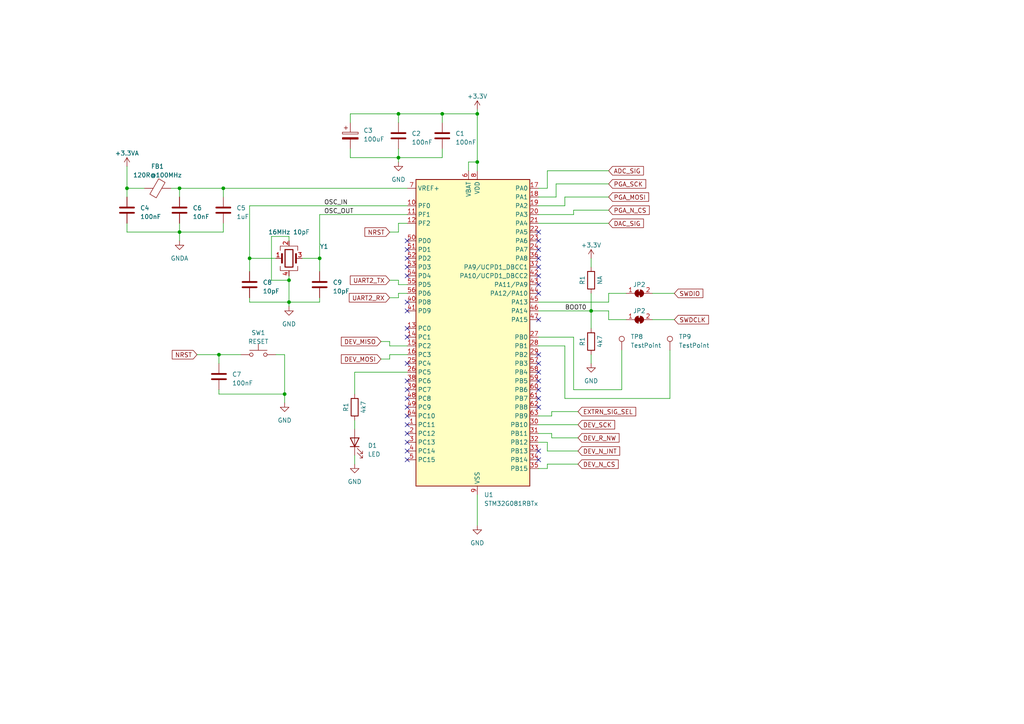
<source format=kicad_sch>
(kicad_sch (version 20230121) (generator eeschema)
  (paper "A4")
  (lib_symbols
    (symbol "Connector:TestPoint" (pin_numbers hide) (pin_names (offset 0.762) hide)
      (property "Reference" "TP" (at 0 6.858 0))
      (property "Value" "TestPoint" (at 0 5.08 0))
      (symbol "TestPoint_0_1"
        (circle (center 0 3.302) (radius 0.762))
      )
      (symbol "TestPoint_1_1"
        (pin passive line (at 0 0 90) (length 2.54) (name "1") (number "1"))
      )
    )
    (symbol "Device:C" (pin_numbers hide) (pin_names (offset 0.254))
      (property "Reference" "C" (at 0.635 2.54 0))
      (property "Value" "C" (at 0.635 -2.54 0))
      (symbol "C_0_1"
        (polyline (pts (xy -2.032 -0.762) (xy 2.032 -0.762)) (stroke (width 0.508)))
        (polyline (pts (xy -2.032 0.762) (xy 2.032 0.762)) (stroke (width 0.508)))
      )
      (symbol "C_1_1"
        (pin passive line (at 0 3.81 270) (length 2.794) (name "~") (number "1"))
        (pin passive line (at 0 -3.81 90) (length 2.794) (name "~") (number "2"))
      )
    )
    (symbol "Device:C_Polarized" (pin_numbers hide) (pin_names (offset 0.254))
      (property "Reference" "C" (at 0.635 2.54 0))
      (property "Value" "C_Polarized" (at 0.635 -2.54 0))
      (symbol "C_Polarized_0_1"
        (rectangle (start -2.286 0.508) (end 2.286 1.016))
        (polyline (pts (xy -1.778 2.286) (xy -0.762 2.286)))
        (polyline (pts (xy -1.27 2.794) (xy -1.27 1.778)))
        (rectangle (start 2.286 -0.508) (end -2.286 -1.016) (fill (type outline)))
      )
      (symbol "C_Polarized_1_1"
        (pin passive line (at 0 3.81 270) (length 2.794) (name "~") (number "1"))
        (pin passive line (at 0 -3.81 90) (length 2.794) (name "~") (number "2"))
      )
    )
    (symbol "Device:Crystal_GND24" (pin_names (offset 1.016) hide)
      (property "Reference" "Y" (at 3.175 5.08 0))
      (property "Value" "Crystal_GND24" (at 3.175 3.175 0))
      (symbol "Crystal_GND24_0_1"
        (rectangle (start -1.143 2.54) (end 1.143 -2.54) (stroke (width 0.3048)))
        (polyline (pts (xy -2.54 0) (xy -2.032 0)))
        (polyline (pts (xy -2.032 -1.27) (xy -2.032 1.27)) (stroke (width 0.508)))
        (polyline (pts (xy 0 -3.81) (xy 0 -3.556)))
        (polyline (pts (xy 0 3.556) (xy 0 3.81)))
        (polyline (pts (xy 2.032 -1.27) (xy 2.032 1.27)) (stroke (width 0.508)))
        (polyline (pts (xy 2.032 0) (xy 2.54 0)))
        (polyline (pts (xy -2.54 -2.286) (xy -2.54 -3.556) (xy 2.54 -3.556) (xy 2.54 -2.286)))
        (polyline (pts (xy -2.54 2.286) (xy -2.54 3.556) (xy 2.54 3.556) (xy 2.54 2.286)))
      )
      (symbol "Crystal_GND24_1_1"
        (pin passive line (at -3.81 0 0) (length 1.27) (name "1") (number "1"))
        (pin passive line (at 0 5.08 270) (length 1.27) (name "2") (number "2"))
        (pin passive line (at 3.81 0 180) (length 1.27) (name "3") (number "3"))
        (pin passive line (at 0 -5.08 90) (length 1.27) (name "4") (number "4"))
      )
    )
    (symbol "Device:FerriteBead" (pin_numbers hide) (pin_names (offset 0))
      (property "Reference" "FB" (at -3.81 0.635 90))
      (property "Value" "FerriteBead" (at 3.81 0 90))
      (symbol "FerriteBead_0_1"
        (polyline (pts (xy 0 -1.27) (xy 0 -1.2192)))
        (polyline (pts (xy 0 1.27) (xy 0 1.2954)))
        (polyline (pts (xy -2.7686 0.4064) (xy -1.7018 2.2606) (xy 2.7686 -0.3048) (xy 1.6764 -2.159) (xy -2.7686 0.4064)))
      )
      (symbol "FerriteBead_1_1"
        (pin passive line (at 0 3.81 270) (length 2.54) (name "~") (number "1"))
        (pin passive line (at 0 -3.81 90) (length 2.54) (name "~") (number "2"))
      )
    )
    (symbol "Device:LED" (pin_numbers hide) (pin_names (offset 1.016) hide)
      (property "Reference" "D" (at 0 2.54 0))
      (property "Value" "LED" (at 0 -2.54 0))
      (symbol "LED_0_1"
        (polyline (pts (xy -1.27 -1.27) (xy -1.27 1.27)) (stroke (width 0.254)))
        (polyline (pts (xy -1.27 0) (xy 1.27 0)))
        (polyline (pts (xy 1.27 -1.27) (xy 1.27 1.27) (xy -1.27 0) (xy 1.27 -1.27)) (stroke (width 0.254)))
        (polyline (pts (xy -3.048 -0.762) (xy -4.572 -2.286) (xy -3.81 -2.286) (xy -4.572 -2.286) (xy -4.572 -1.524)))
        (polyline (pts (xy -1.778 -0.762) (xy -3.302 -2.286) (xy -2.54 -2.286) (xy -3.302 -2.286) (xy -3.302 -1.524)))
      )
      (symbol "LED_1_1"
        (pin passive line (at -3.81 0 0) (length 2.54) (name "K") (number "1"))
        (pin passive line (at 3.81 0 180) (length 2.54) (name "A") (number "2"))
      )
    )
    (symbol "Device:R" (pin_numbers hide) (pin_names (offset 0))
      (property "Reference" "R" (at 2.032 0 90))
      (property "Value" "R" (at 0 0 90))
      (symbol "R_0_1"
        (rectangle (start -1.016 -2.54) (end 1.016 2.54) (stroke (width 0.254)))
      )
      (symbol "R_1_1"
        (pin passive line (at 0 3.81 270) (length 1.27) (name "~") (number "1"))
        (pin passive line (at 0 -3.81 90) (length 1.27) (name "~") (number "2"))
      )
    )
    (symbol "Jumper:SolderJumper_2_Bridged" (pin_names (offset 0) hide)
      (property "Reference" "JP" (at 0 2.032 0))
      (property "Value" "SolderJumper_2_Bridged" (at 0 -2.54 0))
      (symbol "SolderJumper_2_Bridged_0_1"
        (rectangle (start -0.508 0.508) (end 0.508 -0.508) (fill (type outline)))
        (arc (start -0.254 1.016) (mid -1.2656 0) (end -0.254 -1.016))
        (arc (start -0.254 1.016) (mid -1.2656 0) (end -0.254 -1.016) (fill (type outline)))
        (polyline (pts (xy -0.254 1.016) (xy -0.254 -1.016)))
        (polyline (pts (xy 0.254 1.016) (xy 0.254 -1.016)))
        (arc (start 0.254 -1.016) (mid 1.2656 0) (end 0.254 1.016))
        (arc (start 0.254 -1.016) (mid 1.2656 0) (end 0.254 1.016) (fill (type outline)))
      )
      (symbol "SolderJumper_2_Bridged_1_1"
        (pin passive line (at -3.81 0 0) (length 2.54) (name "A") (number "1"))
        (pin passive line (at 3.81 0 180) (length 2.54) (name "B") (number "2"))
      )
    )
    (symbol "MCU_ST_STM32G0:STM32G081RBTx"
      (property "Reference" "U" (at -15.24 46.99 0))
      (property "Value" "STM32G081RBTx" (at 5.08 46.99 0))
      (symbol "STM32G081RBTx_0_1"
        (rectangle (start -15.24 -43.18) (end 17.78 45.72) (stroke (width 0.254)) (fill (type background)))
      )
      (symbol "STM32G081RBTx_1_1"
        (pin bidirectional line (at -17.78 -25.4 0) (length 2.54) (name "PC11") (number "1"))
        (pin bidirectional line (at -17.78 38.1 0) (length 2.54) (name "PF0") (number "10"))
        (pin bidirectional line (at -17.78 35.56 0) (length 2.54) (name "PF1") (number "11"))
        (pin bidirectional line (at -17.78 33.02 0) (length 2.54) (name "PF2") (number "12"))
        (pin bidirectional line (at -17.78 2.54 0) (length 2.54) (name "PC0") (number "13"))
        (pin bidirectional line (at -17.78 0 0) (length 2.54) (name "PC1") (number "14"))
        (pin bidirectional line (at -17.78 -2.54 0) (length 2.54) (name "PC2") (number "15"))
        (pin bidirectional line (at -17.78 -5.08 0) (length 2.54) (name "PC3") (number "16"))
        (pin bidirectional line (at 20.32 43.18 180) (length 2.54) (name "PA0") (number "17"))
        (pin bidirectional line (at 20.32 40.64 180) (length 2.54) (name "PA1") (number "18"))
        (pin bidirectional line (at 20.32 38.1 180) (length 2.54) (name "PA2") (number "19"))
        (pin bidirectional line (at -17.78 -27.94 0) (length 2.54) (name "PC12") (number "2"))
        (pin bidirectional line (at 20.32 35.56 180) (length 2.54) (name "PA3") (number "20"))
        (pin bidirectional line (at 20.32 33.02 180) (length 2.54) (name "PA4") (number "21"))
        (pin bidirectional line (at 20.32 30.48 180) (length 2.54) (name "PA5") (number "22"))
        (pin bidirectional line (at 20.32 27.94 180) (length 2.54) (name "PA6") (number "23"))
        (pin bidirectional line (at 20.32 25.4 180) (length 2.54) (name "PA7") (number "24"))
        (pin bidirectional line (at -17.78 -7.62 0) (length 2.54) (name "PC4") (number "25"))
        (pin bidirectional line (at -17.78 -10.16 0) (length 2.54) (name "PC5") (number "26"))
        (pin bidirectional line (at 20.32 0 180) (length 2.54) (name "PB0") (number "27"))
        (pin bidirectional line (at 20.32 -2.54 180) (length 2.54) (name "PB1") (number "28"))
        (pin bidirectional line (at 20.32 -5.08 180) (length 2.54) (name "PB2") (number "29"))
        (pin bidirectional line (at -17.78 -30.48 0) (length 2.54) (name "PC13") (number "3"))
        (pin bidirectional line (at 20.32 -25.4 180) (length 2.54) (name "PB10") (number "30"))
        (pin bidirectional line (at 20.32 -27.94 180) (length 2.54) (name "PB11") (number "31"))
        (pin bidirectional line (at 20.32 -30.48 180) (length 2.54) (name "PB12") (number "32"))
        (pin bidirectional line (at 20.32 -33.02 180) (length 2.54) (name "PB13") (number "33"))
        (pin bidirectional line (at 20.32 -35.56 180) (length 2.54) (name "PB14") (number "34"))
        (pin bidirectional line (at 20.32 -38.1 180) (length 2.54) (name "PB15") (number "35"))
        (pin bidirectional line (at 20.32 22.86 180) (length 2.54) (name "PA8") (number "36"))
        (pin bidirectional line (at 20.32 20.32 180) (length 2.54) (name "PA9/UCPD1_DBCC1") (number "37"))
        (pin bidirectional line (at -17.78 -12.7 0) (length 2.54) (name "PC6") (number "38"))
        (pin bidirectional line (at -17.78 -15.24 0) (length 2.54) (name "PC7") (number "39"))
        (pin bidirectional line (at -17.78 -33.02 0) (length 2.54) (name "PC14") (number "4"))
        (pin bidirectional line (at -17.78 10.16 0) (length 2.54) (name "PD8") (number "40"))
        (pin bidirectional line (at -17.78 7.62 0) (length 2.54) (name "PD9") (number "41"))
        (pin bidirectional line (at 20.32 17.78 180) (length 2.54) (name "PA10/UCPD1_DBCC2") (number "42"))
        (pin bidirectional line (at 20.32 15.24 180) (length 2.54) (name "PA11/PA9") (number "43"))
        (pin bidirectional line (at 20.32 12.7 180) (length 2.54) (name "PA12/PA10") (number "44"))
        (pin bidirectional line (at 20.32 10.16 180) (length 2.54) (name "PA13") (number "45"))
        (pin bidirectional line (at 20.32 7.62 180) (length 2.54) (name "PA14") (number "46"))
        (pin bidirectional line (at 20.32 5.08 180) (length 2.54) (name "PA15") (number "47"))
        (pin bidirectional line (at -17.78 -17.78 0) (length 2.54) (name "PC8") (number "48"))
        (pin bidirectional line (at -17.78 -20.32 0) (length 2.54) (name "PC9") (number "49"))
        (pin bidirectional line (at -17.78 -35.56 0) (length 2.54) (name "PC15") (number "5"))
        (pin bidirectional line (at -17.78 27.94 0) (length 2.54) (name "PD0") (number "50"))
        (pin bidirectional line (at -17.78 25.4 0) (length 2.54) (name "PD1") (number "51"))
        (pin bidirectional line (at -17.78 22.86 0) (length 2.54) (name "PD2") (number "52"))
        (pin bidirectional line (at -17.78 20.32 0) (length 2.54) (name "PD3") (number "53"))
        (pin bidirectional line (at -17.78 17.78 0) (length 2.54) (name "PD4") (number "54"))
        (pin bidirectional line (at -17.78 15.24 0) (length 2.54) (name "PD5") (number "55"))
        (pin bidirectional line (at -17.78 12.7 0) (length 2.54) (name "PD6") (number "56"))
        (pin bidirectional line (at 20.32 -7.62 180) (length 2.54) (name "PB3") (number "57"))
        (pin bidirectional line (at 20.32 -10.16 180) (length 2.54) (name "PB4") (number "58"))
        (pin bidirectional line (at 20.32 -12.7 180) (length 2.54) (name "PB5") (number "59"))
        (pin power_in line (at 0 48.26 270) (length 2.54) (name "VBAT") (number "6"))
        (pin bidirectional line (at 20.32 -15.24 180) (length 2.54) (name "PB6") (number "60"))
        (pin bidirectional line (at 20.32 -17.78 180) (length 2.54) (name "PB7") (number "61"))
        (pin bidirectional line (at 20.32 -20.32 180) (length 2.54) (name "PB8") (number "62"))
        (pin bidirectional line (at 20.32 -22.86 180) (length 2.54) (name "PB9") (number "63"))
        (pin bidirectional line (at -17.78 -22.86 0) (length 2.54) (name "PC10") (number "64"))
        (pin input line (at -17.78 43.18 0) (length 2.54) (name "VREF+") (number "7"))
        (pin power_in line (at 2.54 48.26 270) (length 2.54) (name "VDD") (number "8"))
        (pin power_in line (at 2.54 -45.72 90) (length 2.54) (name "VSS") (number "9"))
      )
    )
    (symbol "Switch:SW_Push" (pin_numbers hide) (pin_names (offset 1.016) hide)
      (property "Reference" "SW" (at 1.27 2.54 0))
      (property "Value" "SW_Push" (at 0 -1.524 0))
      (symbol "SW_Push_0_1"
        (circle (center -2.032 0) (radius 0.508))
        (polyline (pts (xy 0 1.27) (xy 0 3.048)))
        (polyline (pts (xy 2.54 1.27) (xy -2.54 1.27)))
        (circle (center 2.032 0) (radius 0.508))
        (pin passive line (at -5.08 0 0) (length 2.54) (name "1") (number "1"))
        (pin passive line (at 5.08 0 180) (length 2.54) (name "2") (number "2"))
      )
    )
    (symbol "power:+3.3V" (power) (pin_names (offset 0))
      (property "Value" "+3.3V" (at 0 3.556 0))
      (symbol "+3.3V_0_1"
        (polyline (pts (xy -0.762 1.27) (xy 0 2.54)))
        (polyline (pts (xy 0 0) (xy 0 2.54)))
        (polyline (pts (xy 0 2.54) (xy 0.762 1.27)))
      )
      (symbol "+3.3V_1_1"
        (pin power_in line (at 0 0 90) (length 0) hide (name "+3.3V") (number "1"))
      )
    )
    (symbol "power:+3.3VA" (power) (pin_names (offset 0))
      (property "Value" "+3.3VA" (at 0 3.556 0))
      (symbol "+3.3VA_0_1"
        (polyline (pts (xy -0.762 1.27) (xy 0 2.54)))
        (polyline (pts (xy 0 0) (xy 0 2.54)))
        (polyline (pts (xy 0 2.54) (xy 0.762 1.27)))
      )
      (symbol "+3.3VA_1_1"
        (pin power_in line (at 0 0 90) (length 0) hide (name "+3.3VA") (number "1"))
      )
    )
    (symbol "power:GND" (power) (pin_names (offset 0))
      (property "Value" "GND" (at 0 -3.81 0))
      (symbol "GND_0_1"
        (polyline (pts (xy 0 0) (xy 0 -1.27) (xy 1.27 -1.27) (xy 0 -2.54) (xy -1.27 -1.27) (xy 0 -1.27)))
      )
      (symbol "GND_1_1"
        (pin power_in line (at 0 0 270) (length 0) hide (name "GND") (number "1"))
      )
    )
    (symbol "power:GNDA" (power) (pin_names (offset 0))
      (property "Value" "GNDA" (at 0 -3.81 0))
      (symbol "GNDA_0_1"
        (polyline (pts (xy 0 0) (xy 0 -1.27) (xy 1.27 -1.27) (xy 0 -2.54) (xy -1.27 -1.27) (xy 0 -1.27)))
      )
      (symbol "GNDA_1_1"
        (pin power_in line (at 0 0 270) (length 0) hide (name "GNDA") (number "1"))
      )
    )
  )
  (junction (at 115.57 33.02))
  (junction (at 63.5 102.87))
  (junction (at 72.39 74.93))
  (junction (at 83.82 81.28))
  (junction (at 82.55 114.3))
  (junction (at 171.45 90.17))
  (junction (at 36.83 54.61))
  (junction (at 52.07 54.61))
  (junction (at 115.57 45.72))
  (junction (at 83.82 87.63))
  (junction (at 52.07 67.31))
  (junction (at 138.43 46.99))
  (junction (at 64.77 54.61))
  (junction (at 138.43 33.02))
  (junction (at 92.71 74.93))
  (junction (at 128.27 33.02))
  (no_connect (at 156.21 107.95))
  (no_connect (at 118.11 115.57))
  (no_connect (at 118.11 113.03))
  (no_connect (at 156.21 67.31))
  (no_connect (at 156.21 105.41))
  (no_connect (at 156.21 92.71))
  (no_connect (at 118.11 80.01))
  (no_connect (at 156.21 130.81))
  (no_connect (at 118.11 74.93))
  (no_connect (at 156.21 69.85))
  (no_connect (at 156.21 118.11))
  (no_connect (at 118.11 90.17))
  (no_connect (at 118.11 87.63))
  (no_connect (at 156.21 80.01))
  (no_connect (at 156.21 102.87))
  (no_connect (at 118.11 69.85))
  (no_connect (at 118.11 128.27))
  (no_connect (at 156.21 77.47))
  (no_connect (at 118.11 105.41))
  (no_connect (at 118.11 123.19))
  (no_connect (at 156.21 72.39))
  (no_connect (at 156.21 113.03))
  (no_connect (at 156.21 74.93))
  (no_connect (at 156.21 115.57))
  (no_connect (at 118.11 95.25))
  (no_connect (at 118.11 77.47))
  (no_connect (at 156.21 133.35))
  (no_connect (at 156.21 110.49))
  (no_connect (at 118.11 125.73))
  (no_connect (at 118.11 118.11))
  (no_connect (at 118.11 110.49))
  (no_connect (at 118.11 130.81))
  (no_connect (at 156.21 85.09))
  (no_connect (at 118.11 120.65))
  (no_connect (at 118.11 72.39))
  (no_connect (at 118.11 133.35))
  (no_connect (at 156.21 82.55))
  (no_connect (at 118.11 97.79))
  (wire (pts (xy 113.03 67.31) (xy 115.57 67.31)))
  (wire (pts (xy 128.27 45.72) (xy 115.57 45.72)))
  (wire (pts (xy 92.71 62.23) (xy 118.11 62.23)))
  (wire (pts (xy 92.71 74.93) (xy 92.71 62.23)))
  (wire (pts (xy 72.39 74.93) (xy 80.01 74.93)))
  (wire (pts (xy 83.82 68.58) (xy 78.74 68.58)))
  (wire (pts (xy 115.57 67.31) (xy 115.57 64.77)))
  (wire (pts (xy 92.71 86.36) (xy 92.71 87.63)))
  (wire (pts (xy 113.03 100.33) (xy 118.11 100.33)))
  (wire (pts (xy 52.07 54.61) (xy 52.07 57.15)))
  (wire (pts (xy 115.57 43.18) (xy 115.57 45.72)))
  (wire (pts (xy 176.53 92.71) (xy 181.61 92.71)))
  (wire (pts (xy 83.82 68.58) (xy 83.82 69.85)))
  (wire (pts (xy 101.6 33.02) (xy 115.57 33.02)))
  (wire (pts (xy 82.55 114.3) (xy 82.55 116.84)))
  (wire (pts (xy 102.87 107.95) (xy 102.87 114.3)))
  (wire (pts (xy 63.5 114.3) (xy 82.55 114.3)))
  (wire (pts (xy 161.29 53.34) (xy 176.53 53.34)))
  (wire (pts (xy 78.74 68.58) (xy 78.74 81.28)))
  (wire (pts (xy 166.37 113.03) (xy 180.34 113.03)))
  (wire (pts (xy 87.63 74.93) (xy 92.71 74.93)))
  (wire (pts (xy 118.11 102.87) (xy 113.03 102.87)))
  (wire (pts (xy 115.57 86.36) (xy 113.03 86.36)))
  (wire (pts (xy 166.37 60.96) (xy 166.37 62.23)))
  (wire (pts (xy 171.45 74.93) (xy 171.45 77.47)))
  (wire (pts (xy 158.75 134.62) (xy 158.75 135.89)))
  (wire (pts (xy 36.83 64.77) (xy 36.83 67.31)))
  (wire (pts (xy 156.21 100.33) (xy 163.83 100.33)))
  (wire (pts (xy 115.57 45.72) (xy 115.57 46.99)))
  (wire (pts (xy 110.49 99.06) (xy 113.03 99.06)))
  (wire (pts (xy 156.21 64.77) (xy 176.53 64.77)))
  (wire (pts (xy 171.45 90.17) (xy 176.53 90.17)))
  (wire (pts (xy 83.82 87.63) (xy 92.71 87.63)))
  (wire (pts (xy 163.83 100.33) (xy 163.83 115.57)))
  (wire (pts (xy 36.83 67.31) (xy 52.07 67.31)))
  (wire (pts (xy 57.15 102.87) (xy 63.5 102.87)))
  (wire (pts (xy 176.53 60.96) (xy 166.37 60.96)))
  (wire (pts (xy 189.23 85.09) (xy 195.58 85.09)))
  (wire (pts (xy 156.21 125.73) (xy 160.02 125.73)))
  (wire (pts (xy 176.53 90.17) (xy 176.53 92.71)))
  (wire (pts (xy 52.07 64.77) (xy 52.07 67.31)))
  (wire (pts (xy 166.37 97.79) (xy 166.37 113.03)))
  (wire (pts (xy 189.23 92.71) (xy 195.58 92.71)))
  (wire (pts (xy 83.82 80.01) (xy 83.82 81.28)))
  (wire (pts (xy 156.21 120.65) (xy 160.02 120.65)))
  (wire (pts (xy 128.27 33.02) (xy 138.43 33.02)))
  (wire (pts (xy 52.07 67.31) (xy 52.07 69.85)))
  (wire (pts (xy 115.57 82.55) (xy 118.11 82.55)))
  (wire (pts (xy 83.82 87.63) (xy 83.82 88.9)))
  (wire (pts (xy 101.6 45.72) (xy 101.6 43.18)))
  (wire (pts (xy 156.21 57.15) (xy 161.29 57.15)))
  (wire (pts (xy 167.64 134.62) (xy 158.75 134.62)))
  (wire (pts (xy 36.83 48.26) (xy 36.83 54.61)))
  (wire (pts (xy 171.45 85.09) (xy 171.45 90.17)))
  (wire (pts (xy 156.21 97.79) (xy 166.37 97.79)))
  (wire (pts (xy 82.55 102.87) (xy 82.55 114.3)))
  (wire (pts (xy 113.03 102.87) (xy 113.03 104.14)))
  (wire (pts (xy 115.57 45.72) (xy 101.6 45.72)))
  (wire (pts (xy 83.82 81.28) (xy 83.82 87.63)))
  (wire (pts (xy 115.57 33.02) (xy 128.27 33.02)))
  (wire (pts (xy 72.39 74.93) (xy 72.39 78.74)))
  (wire (pts (xy 36.83 54.61) (xy 36.83 57.15)))
  (wire (pts (xy 118.11 107.95) (xy 102.87 107.95)))
  (wire (pts (xy 156.21 90.17) (xy 171.45 90.17)))
  (wire (pts (xy 160.02 119.38) (xy 160.02 120.65)))
  (wire (pts (xy 163.83 57.15) (xy 176.53 57.15)))
  (wire (pts (xy 118.11 85.09) (xy 115.57 85.09)))
  (wire (pts (xy 194.31 115.57) (xy 194.31 101.6)))
  (wire (pts (xy 64.77 54.61) (xy 52.07 54.61)))
  (wire (pts (xy 63.5 102.87) (xy 63.5 105.41)))
  (wire (pts (xy 156.21 59.69) (xy 163.83 59.69)))
  (wire (pts (xy 161.29 57.15) (xy 161.29 53.34)))
  (wire (pts (xy 102.87 132.08) (xy 102.87 134.62)))
  (wire (pts (xy 101.6 35.56) (xy 101.6 33.02)))
  (wire (pts (xy 158.75 54.61) (xy 156.21 54.61)))
  (wire (pts (xy 171.45 90.17) (xy 171.45 95.25)))
  (wire (pts (xy 163.83 115.57) (xy 194.31 115.57)))
  (wire (pts (xy 158.75 49.53) (xy 158.75 54.61)))
  (wire (pts (xy 166.37 62.23) (xy 156.21 62.23)))
  (wire (pts (xy 138.43 46.99) (xy 138.43 49.53)))
  (wire (pts (xy 135.89 49.53) (xy 135.89 46.99)))
  (wire (pts (xy 176.53 87.63) (xy 176.53 85.09)))
  (wire (pts (xy 118.11 54.61) (xy 64.77 54.61)))
  (wire (pts (xy 160.02 125.73) (xy 160.02 127)))
  (wire (pts (xy 64.77 54.61) (xy 64.77 57.15)))
  (wire (pts (xy 156.21 135.89) (xy 158.75 135.89)))
  (wire (pts (xy 64.77 64.77) (xy 64.77 67.31)))
  (wire (pts (xy 158.75 128.27) (xy 158.75 130.81)))
  (wire (pts (xy 102.87 121.92) (xy 102.87 124.46)))
  (wire (pts (xy 135.89 46.99) (xy 138.43 46.99)))
  (wire (pts (xy 176.53 85.09) (xy 181.61 85.09)))
  (wire (pts (xy 138.43 143.51) (xy 138.43 152.4)))
  (wire (pts (xy 180.34 113.03) (xy 180.34 101.6)))
  (wire (pts (xy 160.02 127) (xy 167.64 127)))
  (wire (pts (xy 72.39 87.63) (xy 83.82 87.63)))
  (wire (pts (xy 138.43 33.02) (xy 138.43 46.99)))
  (wire (pts (xy 63.5 102.87) (xy 69.85 102.87)))
  (wire (pts (xy 163.83 59.69) (xy 163.83 57.15)))
  (wire (pts (xy 113.03 81.28) (xy 115.57 81.28)))
  (wire (pts (xy 115.57 64.77) (xy 118.11 64.77)))
  (wire (pts (xy 115.57 33.02) (xy 115.57 35.56)))
  (wire (pts (xy 128.27 33.02) (xy 128.27 35.56)))
  (wire (pts (xy 156.21 123.19) (xy 167.64 123.19)))
  (wire (pts (xy 167.64 119.38) (xy 160.02 119.38)))
  (wire (pts (xy 52.07 67.31) (xy 64.77 67.31)))
  (wire (pts (xy 80.01 102.87) (xy 82.55 102.87)))
  (wire (pts (xy 113.03 99.06) (xy 113.03 100.33)))
  (wire (pts (xy 49.53 54.61) (xy 52.07 54.61)))
  (wire (pts (xy 72.39 86.36) (xy 72.39 87.63)))
  (wire (pts (xy 171.45 102.87) (xy 171.45 105.41)))
  (wire (pts (xy 156.21 128.27) (xy 158.75 128.27)))
  (wire (pts (xy 156.21 87.63) (xy 176.53 87.63)))
  (wire (pts (xy 115.57 81.28) (xy 115.57 82.55)))
  (wire (pts (xy 78.74 81.28) (xy 83.82 81.28)))
  (wire (pts (xy 115.57 85.09) (xy 115.57 86.36)))
  (wire (pts (xy 158.75 49.53) (xy 176.53 49.53)))
  (wire (pts (xy 158.75 130.81) (xy 167.64 130.81)))
  (wire (pts (xy 110.49 104.14) (xy 113.03 104.14)))
  (wire (pts (xy 63.5 113.03) (xy 63.5 114.3)))
  (wire (pts (xy 92.71 74.93) (xy 92.71 78.74)))
  (wire (pts (xy 128.27 43.18) (xy 128.27 45.72)))
  (wire (pts (xy 72.39 59.69) (xy 72.39 74.93)))
  (wire (pts (xy 138.43 31.75) (xy 138.43 33.02)))
  (wire (pts (xy 118.11 59.69) (xy 72.39 59.69)))
  (wire (pts (xy 36.83 54.61) (xy 41.91 54.61)))
  (label "OSC_IN" (at 93.98 59.69 0))
  (label "OSC_OUT" (at 93.98 62.23 0))
  (label "BOOT0" (at 163.83 90.17 0))
  (global_label "DEV_MISO" (shape input) (at 110.49 99.06 180) (property "Intersheetrefs" "${INTERSHEET_REFS}" (effects hide)))
  (global_label "DEV_R_NW" (shape input) (at 167.64 127 0) (property "Intersheetrefs" "${INTERSHEET_REFS}" (effects hide)))
  (global_label "PGA_N_CS" (shape input) (at 176.53 60.96 0) (property "Intersheetrefs" "${INTERSHEET_REFS}" (effects hide)))
  (global_label "DEV_N_INT" (shape input) (at 167.64 130.81 0) (property "Intersheetrefs" "${INTERSHEET_REFS}" (effects hide)))
  (global_label "NRST" (shape input) (at 113.03 67.31 180) (property "Intersheetrefs" "${INTERSHEET_REFS}" (effects hide)))
  (global_label "SWDIO" (shape input) (at 195.58 85.09 0) (property "Intersheetrefs" "${INTERSHEET_REFS}" (effects hide)))
  (global_label "UART2_RX" (shape input) (at 113.03 86.36 180) (property "Intersheetrefs" "${INTERSHEET_REFS}" (effects hide)))
  (global_label "PGA_MOSI" (shape input) (at 176.53 57.15 0) (property "Intersheetrefs" "${INTERSHEET_REFS}" (effects hide)))
  (global_label "ADC_SIG" (shape input) (at 176.53 49.53 0) (property "Intersheetrefs" "${INTERSHEET_REFS}" (effects hide)))
  (global_label "DAC_SIG" (shape input) (at 176.53 64.77 0) (property "Intersheetrefs" "${INTERSHEET_REFS}" (effects hide)))
  (global_label "DEV_SCK" (shape input) (at 167.64 123.19 0) (property "Intersheetrefs" "${INTERSHEET_REFS}" (effects hide)))
  (global_label "UART2_TX" (shape input) (at 113.03 81.28 180) (property "Intersheetrefs" "${INTERSHEET_REFS}" (effects hide)))
  (global_label "NRST" (shape input) (at 57.15 102.87 180) (property "Intersheetrefs" "${INTERSHEET_REFS}" (effects hide)))
  (global_label "EXTRN_SIG_SEL" (shape input) (at 167.64 119.38 0) (property "Intersheetrefs" "${INTERSHEET_REFS}" (effects hide)))
  (global_label "SWDCLK" (shape input) (at 195.58 92.71 0) (property "Intersheetrefs" "${INTERSHEET_REFS}" (effects hide)))
  (global_label "DEV_N_CS" (shape input) (at 167.64 134.62 0) (property "Intersheetrefs" "${INTERSHEET_REFS}" (effects hide)))
  (global_label "DEV_MOSI" (shape input) (at 110.49 104.14 180) (property "Intersheetrefs" "${INTERSHEET_REFS}" (effects hide)))
  (global_label "PGA_SCK" (shape input) (at 176.53 53.34 0) (property "Intersheetrefs" "${INTERSHEET_REFS}" (effects hide)))
  (symbol (lib_id "power:GND") (at 115.57 46.99 0) (unit 1)
    (property "Reference" "#PWR03" (effects hide))
    (property "Value" "GND" (at 115.57 52.07 0))
    (instances (project "fft_slice" (path "" (reference "#PWR03") (unit 1)) (path "" (reference "#PWR010") (unit 1))))
  )
  (symbol (lib_id "power:GND") (at 82.55 116.84 0) (unit 1)
    (property "Reference" "#PWR011" (effects hide))
    (property "Value" "GND" (at 82.55 121.92 0))
    (instances (project "fft_slice" (path "" (reference "#PWR011") (unit 1)) (path "" (reference "#PWR033") (unit 1))))
  )
  (symbol (lib_id "Device:C") (at 92.71 82.55 0) (unit 1)
    (property "Reference" "C9" (at 96.52 81.915 0) (effects (justify left)))
    (property "Value" "10pF" (at 96.52 84.455 0) (effects (justify left)))
    (property "Footprint" "Capacitor_SMD:C_0603_1608Metric" (effects hide))
    (instances (project "fft_slice" (path "" (reference "C9") (unit 1)) (path "" (reference "C5") (unit 1))))
  )
  (symbol (lib_id "Device:C") (at 63.5 109.22 0) (unit 1)
    (property "Reference" "C7" (at 67.31 108.585 0) (effects (justify left)))
    (property "Value" "100nF" (at 67.31 111.125 0) (effects (justify left)))
    (property "Footprint" "Capacitor_SMD:C_0402_1005Metric_Pad0.74x0.62mm_HandSolder" (effects hide))
  )
  (symbol (lib_id "power:+3.3V") (at 138.43 31.75 0) (unit 1)
    (property "Reference" "#PWR02" (effects hide))
    (property "Value" "+3.3V" (at 138.43 27.94 0))
    (instances (project "fft_slice" (path "" (reference "#PWR02") (unit 1)) (path "" (reference "#PWR011") (unit 1))))
  )
  (symbol (lib_id "Device:R") (at 171.45 81.28 0) (unit 1)
    (property "Reference" "R1" (at 168.91 81.28 90))
    (property "Value" "NA" (at 173.99 81.28 90))
    (property "Footprint" "Resistor_SMD:R_0805_2012Metric_Pad1.20x1.40mm_HandSolder" (effects hide))
    (instances (project "fft_slice" (path "" (reference "R1") (unit 1)) (path "" (reference "R4") (unit 1))))
  )
  (symbol (lib_id "power:GND") (at 83.82 88.9 0) (unit 1)
    (property "Reference" "#PWR012" (effects hide))
    (property "Value" "GND" (at 83.82 93.98 0))
    (instances (project "fft_slice" (path "" (reference "#PWR012") (unit 1)) (path "" (reference "#PWR03") (unit 1))))
  )
  (symbol (lib_id "Device:C") (at 128.27 39.37 0) (unit 1)
    (property "Reference" "C1" (at 132.08 38.735 0) (effects (justify left)))
    (property "Value" "100nF" (at 132.08 41.275 0) (effects (justify left)))
    (property "Footprint" "Capacitor_SMD:C_0402_1005Metric_Pad0.74x0.62mm_HandSolder" (effects hide))
    (instances (project "fft_slice" (path "" (reference "C1") (unit 1)) (path "" (reference "C9") (unit 1))))
  )
  (symbol (lib_id "Jumper:SolderJumper_2_Bridged") (at 185.42 85.09 0) (unit 1)
    (property "Reference" "JP2" (at 185.42 82.55 0))
    (property "Footprint" "Jumper:SolderJumper-2_P1.3mm_Bridged_RoundedPad1.0x1.5mm" (effects hide))
    (instances (project "fft_slice" (path "" (reference "JP2") (unit 1)) (path "" (reference "JP1") (unit 1)) (path "" (reference "JP2") (unit 1))))
  )
  (symbol (lib_id "power:+3.3V") (at 171.45 74.93 0) (unit 1)
    (property "Reference" "#PWR02" (effects hide))
    (property "Value" "+3.3V" (at 171.45 71.12 0))
    (instances (project "fft_slice" (path "" (reference "#PWR02") (unit 1)) (path "" (reference "#PWR01") (unit 1))))
  )
  (symbol (lib_id "power:+3.3VA") (at 36.83 48.26 0) (unit 1)
    (property "Reference" "#PWR06" (effects hide))
    (property "Value" "+3.3VA" (at 36.83 44.45 0))
    (instances (project "fft_slice" (path "" (reference "#PWR06") (unit 1)) (path "" (reference "#PWR08") (unit 1)) (path "" (reference "#PWR08") (unit 1))))
  )
  (symbol (lib_id "Device:LED") (at 102.87 128.27 90) (unit 1)
    (property "Reference" "D1" (at 106.68 129.2225 90) (effects (justify right)))
    (property "Value" "LED" (at 106.68 131.7625 90) (effects (justify right)))
    (property "Footprint" "LED_SMD:LED_0805_2012Metric_Pad1.15x1.40mm_HandSolder" (effects hide))
    (instances (project "fft_slice" (path "" (reference "D1") (unit 1)) (path "" (reference "D4") (unit 1))))
  )
  (symbol (lib_id "MCU_ST_STM32G0:STM32G081RBTx") (at 135.89 97.79 0) (unit 1)
    (property "Reference" "U1" (at 140.3859 143.51 0) (effects (justify left)))
    (property "Value" "STM32G081RBTx" (at 140.3859 146.05 0) (effects (justify left)))
    (property "Footprint" "Package_QFP:LQFP-64_10x10mm_P0.5mm" (effects hide))
    (property "Datasheet" "https://www.st.com/resource/en/datasheet/stm32g081rb.pdf" (effects hide))
  )
  (symbol (lib_id "Device:C") (at 115.57 39.37 0) (unit 1)
    (property "Reference" "C2" (at 119.38 38.735 0) (effects (justify left)))
    (property "Value" "100nF" (at 119.38 41.275 0) (effects (justify left)))
    (property "Footprint" "Capacitor_SMD:C_0402_1005Metric_Pad0.74x0.62mm_HandSolder" (effects hide))
    (instances (project "fft_slice" (path "" (reference "C2") (unit 1)) (path "" (reference "C8") (unit 1))))
  )
  (symbol (lib_id "Device:R") (at 171.45 99.06 0) (unit 1)
    (property "Reference" "R1" (at 168.91 99.06 90))
    (property "Value" "4k7" (at 173.99 99.06 90))
    (property "Footprint" "Resistor_SMD:R_0805_2012Metric_Pad1.20x1.40mm_HandSolder" (effects hide))
    (instances (project "fft_slice" (path "" (reference "R1") (unit 1)) (path "" (reference "R3") (unit 1))))
  )
  (symbol (lib_id "power:GND") (at 171.45 105.41 0) (unit 1)
    (property "Reference" "#PWR011" (effects hide))
    (property "Value" "GND" (at 171.45 110.49 0))
    (instances (project "fft_slice" (path "" (reference "#PWR011") (unit 1)) (path "" (reference "#PWR04") (unit 1))))
  )
  (symbol (lib_id "Device:C_Polarized") (at 101.6 39.37 0) (unit 1)
    (property "Reference" "C3" (at 105.41 37.846 0) (effects (justify left)))
    (property "Value" "100uF" (at 105.41 40.386 0) (effects (justify left)))
    (property "Footprint" "Capacitor_Tantalum_SMD:CP_EIA-6032-15_Kemet-U_Pad2.25x2.35mm_HandSolder" (effects hide))
    (instances (project "fft_slice" (path "" (reference "C3") (unit 1)) (path "" (reference "C6") (unit 1))))
  )
  (symbol (lib_id "Device:Crystal_GND24") (at 83.82 74.93 0) (unit 1)
    (property "Reference" "Y1" (at 93.98 71.5011 0))
    (property "Value" "16MHz 10pF" (at 83.82 67.31 0))
    (property "Footprint" "Crystal:Crystal_SMD_Abracon_ABM10-4Pin_2.5x2.0mm" (effects hide))
  )
  (symbol (lib_id "Connector:TestPoint") (at 180.34 101.6 0) (unit 1)
    (property "Reference" "TP8" (at 182.88 97.663 0) (effects (justify left)))
    (property "Value" "TestPoint" (at 182.88 100.203 0) (effects (justify left)))
    (property "Footprint" "TestPoint:TestPoint_Pad_D1.0mm" (effects hide))
  )
  (symbol (lib_id "power:GND") (at 102.87 134.62 0) (unit 1)
    (property "Reference" "#PWR01" (effects hide))
    (property "Value" "GND" (at 102.87 139.7 0))
    (instances (project "fft_slice" (path "" (reference "#PWR01") (unit 1)) (path "" (reference "#PWR021") (unit 1))))
  )
  (symbol (lib_id "Connector:TestPoint") (at 194.31 101.6 0) (unit 1)
    (property "Reference" "TP9" (at 196.85 97.663 0) (effects (justify left)))
    (property "Value" "TestPoint" (at 196.85 100.203 0) (effects (justify left)))
    (property "Footprint" "TestPoint:TestPoint_Pad_D1.0mm" (effects hide))
  )
  (symbol (lib_id "Device:FerriteBead") (at 45.72 54.61 90) (unit 1)
    (property "Reference" "FB1" (at 45.6692 48.26 90))
    (property "Value" "120R@100MHz" (at 45.6692 50.8 90))
    (property "Footprint" "Inductor_SMD:L_0603_1608Metric_Pad1.05x0.95mm_HandSolder" (effects hide))
  )
  (symbol (lib_id "power:GNDA") (at 52.07 69.85 0) (unit 1)
    (property "Reference" "#PWR09" (effects hide))
    (property "Value" "GNDA" (at 52.07 74.93 0))
    (instances (project "fft_slice" (path "" (reference "#PWR09") (unit 1)) (path "" (reference "#PWR02") (unit 1))))
  )
  (symbol (lib_id "Device:R") (at 102.87 118.11 0) (unit 1)
    (property "Reference" "R1" (at 100.33 118.11 90))
    (property "Value" "4k7" (at 105.41 118.11 90))
    (property "Footprint" "Resistor_SMD:R_0805_2012Metric_Pad1.20x1.40mm_HandSolder" (effects hide))
    (instances (project "fft_slice" (path "" (reference "R1") (unit 1)) (path "" (reference "R5") (unit 1))))
  )
  (symbol (lib_id "Device:C") (at 52.07 60.96 0) (unit 1)
    (property "Reference" "C6" (at 55.88 60.325 0) (effects (justify left)))
    (property "Value" "10nF" (at 55.88 62.865 0) (effects (justify left)))
    (property "Footprint" "Capacitor_SMD:C_0603_1608Metric" (effects hide))
    (instances (project "fft_slice" (path "" (reference "C6") (unit 1)) (path "" (reference "C1") (unit 1))))
  )
  (symbol (lib_id "Device:C") (at 36.83 60.96 0) (unit 1)
    (property "Reference" "C4" (at 40.64 60.325 0) (effects (justify left)))
    (property "Value" "100nF" (at 40.64 62.865 0) (effects (justify left)))
    (property "Footprint" "Capacitor_SMD:C_0603_1608Metric" (effects hide))
  )
  (symbol (lib_id "Switch:SW_Push") (at 74.93 102.87 0) (unit 1)
    (property "Reference" "SW1" (at 74.93 96.52 0))
    (property "Value" "RESET" (at 74.93 99.06 0))
    (property "Footprint" "Button_Switch_SMD:SW_SPST_TL3342" (effects hide))
  )
  (symbol (lib_id "Jumper:SolderJumper_2_Bridged") (at 185.42 92.71 0) (unit 1)
    (property "Reference" "JP2" (at 185.42 90.17 0))
    (property "Footprint" "Jumper:SolderJumper-2_P1.3mm_Bridged_RoundedPad1.0x1.5mm" (effects hide))
    (instances (project "fft_slice" (path "" (reference "JP2") (unit 1)) (path "" (reference "JP1") (unit 1)) (path "" (reference "JP3") (unit 1))))
  )
  (symbol (lib_id "Device:C") (at 64.77 60.96 0) (unit 1)
    (property "Reference" "C5" (at 68.58 60.325 0) (effects (justify left)))
    (property "Value" "1uF" (at 68.58 62.865 0) (effects (justify left)))
    (property "Footprint" "Capacitor_SMD:C_0603_1608Metric" (effects hide))
    (instances (project "fft_slice" (path "" (reference "C5") (unit 1)) (path "" (reference "C2") (unit 1))))
  )
  (symbol (lib_id "power:GND") (at 138.43 152.4 0) (unit 1)
    (property "Reference" "#PWR01" (effects hide))
    (property "Value" "GND" (at 138.43 157.48 0))
    (instances (project "fft_slice" (path "" (reference "#PWR01") (unit 1)) (path "" (reference "#PWR012") (unit 1))))
  )
  (symbol (lib_id "Device:C") (at 72.39 82.55 0) (unit 1)
    (property "Reference" "C8" (at 76.2 81.915 0) (effects (justify left)))
    (property "Value" "10pF" (at 76.2 84.455 0) (effects (justify left)))
    (property "Footprint" "Capacitor_SMD:C_0603_1608Metric" (effects hide))
    (instances (project "fft_slice" (path "" (reference "C8") (unit 1)) (path "" (reference "C3") (unit 1))))
  )
)
</source>
